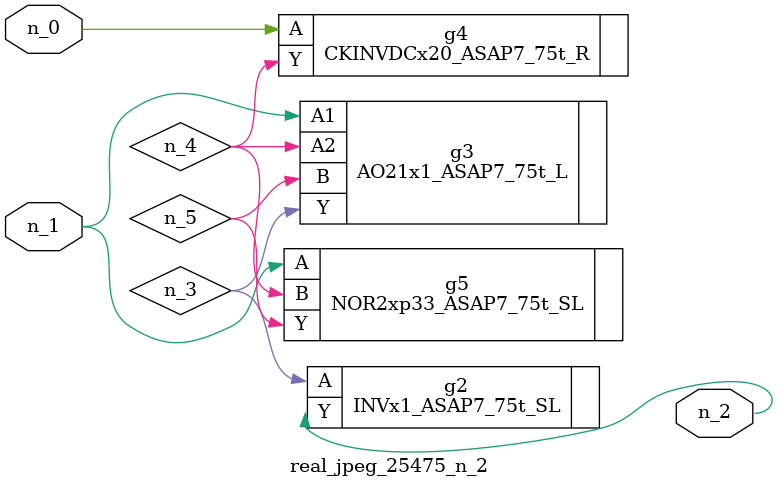
<source format=v>
module real_jpeg_25475_n_2 (n_1, n_0, n_2);

input n_1;
input n_0;

output n_2;

wire n_5;
wire n_4;
wire n_3;

CKINVDCx20_ASAP7_75t_R g4 ( 
.A(n_0),
.Y(n_4)
);

AO21x1_ASAP7_75t_L g3 ( 
.A1(n_1),
.A2(n_4),
.B(n_5),
.Y(n_3)
);

NOR2xp33_ASAP7_75t_SL g5 ( 
.A(n_1),
.B(n_4),
.Y(n_5)
);

INVx1_ASAP7_75t_SL g2 ( 
.A(n_3),
.Y(n_2)
);


endmodule
</source>
